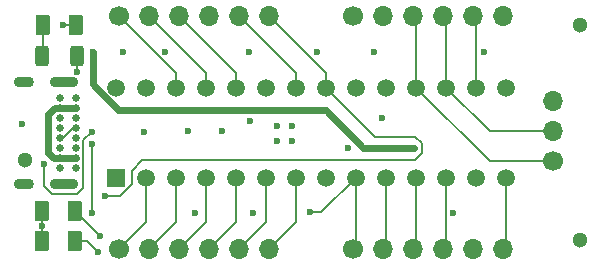
<source format=gbr>
%TF.GenerationSoftware,KiCad,Pcbnew,(6.0.7)*%
%TF.CreationDate,2022-12-19T16:29:32-08:00*%
%TF.ProjectId,Intermediary_revC_4layer,496e7465-726d-4656-9469-6172795f7265,rev?*%
%TF.SameCoordinates,Original*%
%TF.FileFunction,Copper,L1,Top*%
%TF.FilePolarity,Positive*%
%FSLAX46Y46*%
G04 Gerber Fmt 4.6, Leading zero omitted, Abs format (unit mm)*
G04 Created by KiCad (PCBNEW (6.0.7)) date 2022-12-19 16:29:32*
%MOMM*%
%LPD*%
G01*
G04 APERTURE LIST*
G04 Aperture macros list*
%AMRoundRect*
0 Rectangle with rounded corners*
0 $1 Rounding radius*
0 $2 $3 $4 $5 $6 $7 $8 $9 X,Y pos of 4 corners*
0 Add a 4 corners polygon primitive as box body*
4,1,4,$2,$3,$4,$5,$6,$7,$8,$9,$2,$3,0*
0 Add four circle primitives for the rounded corners*
1,1,$1+$1,$2,$3*
1,1,$1+$1,$4,$5*
1,1,$1+$1,$6,$7*
1,1,$1+$1,$8,$9*
0 Add four rect primitives between the rounded corners*
20,1,$1+$1,$2,$3,$4,$5,0*
20,1,$1+$1,$4,$5,$6,$7,0*
20,1,$1+$1,$6,$7,$8,$9,0*
20,1,$1+$1,$8,$9,$2,$3,0*%
G04 Aperture macros list end*
%TA.AperFunction,ComponentPad*%
%ADD10C,0.650000*%
%TD*%
%TA.AperFunction,ComponentPad*%
%ADD11O,1.700000X0.900000*%
%TD*%
%TA.AperFunction,ComponentPad*%
%ADD12O,2.400000X0.900000*%
%TD*%
%TA.AperFunction,WasherPad*%
%ADD13C,1.300000*%
%TD*%
%TA.AperFunction,ComponentPad*%
%ADD14C,1.700000*%
%TD*%
%TA.AperFunction,ComponentPad*%
%ADD15O,1.700000X1.700000*%
%TD*%
%TA.AperFunction,SMDPad,CuDef*%
%ADD16RoundRect,0.250000X0.312500X0.625000X-0.312500X0.625000X-0.312500X-0.625000X0.312500X-0.625000X0*%
%TD*%
%TA.AperFunction,SMDPad,CuDef*%
%ADD17RoundRect,0.250000X0.375000X0.625000X-0.375000X0.625000X-0.375000X-0.625000X0.375000X-0.625000X0*%
%TD*%
%TA.AperFunction,ComponentPad*%
%ADD18R,1.508000X1.508000*%
%TD*%
%TA.AperFunction,ComponentPad*%
%ADD19C,1.508000*%
%TD*%
%TA.AperFunction,ViaPad*%
%ADD20C,0.600000*%
%TD*%
%TA.AperFunction,Conductor*%
%ADD21C,0.203200*%
%TD*%
%TA.AperFunction,Conductor*%
%ADD22C,0.609600*%
%TD*%
%TA.AperFunction,Conductor*%
%ADD23C,0.200000*%
%TD*%
%TA.AperFunction,Conductor*%
%ADD24C,0.600000*%
%TD*%
G04 APERTURE END LIST*
D10*
%TO.P,J5,A1,GND*%
%TO.N,GNDREF*%
X125465400Y-92021000D03*
%TO.P,J5,A4,VBUS*%
%TO.N,+5V*%
X125465400Y-92871000D03*
%TO.P,J5,A5,CC1*%
%TO.N,Net-(J5-PadA5)*%
X125465400Y-93721000D03*
%TO.P,J5,A6,DP1*%
%TO.N,/D+*%
X125465400Y-94571000D03*
%TO.P,J5,A7,DN1*%
%TO.N,/D-*%
X125465400Y-95421000D03*
%TO.P,J5,A8,SBU1*%
%TO.N,unconnected-(J5-PadA8)*%
X125465400Y-96271000D03*
%TO.P,J5,A9,VBUS*%
%TO.N,+5V*%
X125465400Y-97121000D03*
%TO.P,J5,A12,GND*%
%TO.N,GNDREF*%
X125465400Y-97971000D03*
%TO.P,J5,B1,GND*%
X124115400Y-97971000D03*
%TO.P,J5,B4,VBUS*%
%TO.N,+5V*%
X124115400Y-97121000D03*
%TO.P,J5,B5,CC2*%
%TO.N,Net-(J5-PadB5)*%
X124115400Y-96271000D03*
%TO.P,J5,B6,DP2*%
%TO.N,/D+*%
X124115400Y-95421000D03*
%TO.P,J5,B7,DN2*%
%TO.N,/D-*%
X124115400Y-94571000D03*
%TO.P,J5,B8,SBU2*%
%TO.N,unconnected-(J5-PadB8)*%
X124115400Y-93721000D03*
%TO.P,J5,B9,VBUS*%
%TO.N,+5V*%
X124115400Y-92871000D03*
%TO.P,J5,B12,GND*%
%TO.N,GNDREF*%
X124115400Y-92021000D03*
D11*
%TO.P,J5,S1,SHELL*%
X121105400Y-90671000D03*
%TO.P,J5,S2,SHELL*%
X121105400Y-99321000D03*
D12*
%TO.P,J5,S3,SHELL*%
X124485400Y-90671000D03*
%TO.P,J5,S4,SHELL*%
X124485400Y-99321000D03*
%TD*%
D13*
%TO.P,H3,*%
%TO.N,*%
X168148000Y-85852000D03*
%TD*%
%TO.P,H2,*%
%TO.N,*%
X168148000Y-104013000D03*
%TD*%
%TO.P,H1,*%
%TO.N,*%
X121158000Y-97282000D03*
%TD*%
D14*
%TO.P,J1,1,Pin_1*%
%TO.N,/PIC32/RA0*%
X129112200Y-104775000D03*
D15*
%TO.P,J1,2,Pin_2*%
%TO.N,/PIC32/RA1*%
X131652200Y-104775000D03*
%TO.P,J1,3,Pin_3*%
%TO.N,/PIC32/RB0*%
X134192200Y-104775000D03*
%TO.P,J1,4,Pin_4*%
%TO.N,/PIC32/RB1*%
X136732200Y-104775000D03*
%TO.P,J1,5,Pin_5*%
%TO.N,/CP2102N/TXD*%
X139272200Y-104775000D03*
%TO.P,J1,6,Pin_6*%
%TO.N,/CP2102N/RXD*%
X141812200Y-104775000D03*
%TD*%
D14*
%TO.P,J3,1,Pin_1*%
%TO.N,/PIC32/RB15*%
X129137200Y-85090000D03*
D15*
%TO.P,J3,2,Pin_2*%
%TO.N,/PIC32/RB14*%
X131677200Y-85090000D03*
%TO.P,J3,3,Pin_3*%
%TO.N,/PIC32/RB13*%
X134217200Y-85090000D03*
%TO.P,J3,4,Pin_4*%
%TO.N,+3V3*%
X136757200Y-85090000D03*
%TO.P,J3,5,Pin_5*%
%TO.N,/RB11{slash}D-_PIC*%
X139297200Y-85090000D03*
%TO.P,J3,6,Pin_6*%
%TO.N,/RB10{slash}D+_PIC*%
X141837200Y-85090000D03*
%TD*%
D16*
%TO.P,R10,1*%
%TO.N,+3V3*%
X125552200Y-88468200D03*
%TO.P,R10,2*%
%TO.N,Net-(D4-Pad2)*%
X122627200Y-88468200D03*
%TD*%
D17*
%TO.P,D1,1,K*%
%TO.N,Net-(D1-Pad1)*%
X125425200Y-101574600D03*
%TO.P,D1,2,A*%
%TO.N,+3V3*%
X122625200Y-101574600D03*
%TD*%
D14*
%TO.P,J6,1,Pin_1*%
%TO.N,/PIC32/RB9{slash}TX_TGT*%
X165862000Y-97394000D03*
D15*
%TO.P,J6,2,Pin_2*%
%TO.N,/PIC32/RB8{slash}RX_TGT*%
X165862000Y-94854000D03*
%TO.P,J6,3,Pin_3*%
%TO.N,GNDREF*%
X165862000Y-92314000D03*
%TD*%
D14*
%TO.P,J4,1,Pin_1*%
%TO.N,GNDREF*%
X148949200Y-85090000D03*
D15*
%TO.P,J4,2,Pin_2*%
X151489200Y-85090000D03*
%TO.P,J4,3,Pin_3*%
%TO.N,/PIC32/RB9{slash}TX_TGT*%
X154029200Y-85090000D03*
%TO.P,J4,4,Pin_4*%
%TO.N,/PIC32/RB8{slash}RX_TGT*%
X156569200Y-85090000D03*
%TO.P,J4,5,Pin_5*%
%TO.N,/PIC32/RB7*%
X159109200Y-85090000D03*
%TO.P,J4,6,Pin_6*%
%TO.N,/VBUS_PIC*%
X161649200Y-85090000D03*
%TD*%
D14*
%TO.P,J2,1,Pin_1*%
%TO.N,/RA2{slash}TXT_PIC*%
X148924200Y-104775000D03*
D15*
%TO.P,J2,2,Pin_2*%
%TO.N,/RA3{slash}RXT_PIC*%
X151464200Y-104775000D03*
%TO.P,J2,3,Pin_3*%
%TO.N,/PIC32/RB4*%
X154004200Y-104775000D03*
%TO.P,J2,4,Pin_4*%
%TO.N,/PIC32/RA4*%
X156544200Y-104775000D03*
%TO.P,J2,5,Pin_5*%
%TO.N,GNDREF*%
X159084200Y-104775000D03*
%TO.P,J2,6,Pin_6*%
%TO.N,/PIC32/RB5*%
X161624200Y-104775000D03*
%TD*%
D17*
%TO.P,D3,1,K*%
%TO.N,Net-(D3-Pad1)*%
X125425200Y-104140000D03*
%TO.P,D3,2,A*%
%TO.N,+3V3*%
X122625200Y-104140000D03*
%TD*%
%TO.P,D4,1,K*%
%TO.N,GNDREF*%
X125476000Y-85852000D03*
%TO.P,D4,2,A*%
%TO.N,Net-(D4-Pad2)*%
X122676000Y-85852000D03*
%TD*%
D18*
%TO.P,U1,1,MCLR*%
%TO.N,/PIC32/~{MCLR}*%
X128858200Y-98764500D03*
D19*
%TO.P,U1,2,PGED3/VREF+/CVREF+/AN0/C3INC/RPA0/CTED1/PMD7/RA0*%
%TO.N,/PIC32/RA0*%
X131398200Y-98764500D03*
%TO.P,U1,3,PGEC3/VREF-/CVREF-/AN1/RPA1/CTED2/PMD6/RA1*%
%TO.N,/PIC32/RA1*%
X133938200Y-98764500D03*
%TO.P,U1,4,PGED1/AN2/C1IND/C2INB/C3IND/RPB0/PMD0/RB0*%
%TO.N,/PIC32/RB0*%
X136478200Y-98764500D03*
%TO.P,U1,5,PGEC1/AN3/C1INC/C2INA/RPB1/CTED12/PMD1/RB1*%
%TO.N,/PIC32/RB1*%
X139018200Y-98764500D03*
%TO.P,U1,6,AN4/C1INB/C2IND/RPB2/SDA2/CTED13/PMD2/RB2*%
%TO.N,/CP2102N/TXD*%
X141558200Y-98764500D03*
%TO.P,U1,7,AN5/C1INA/C2INC/RTCC/RPB3/SCL2/PMWR/RB3*%
%TO.N,/CP2102N/RXD*%
X144098200Y-98764500D03*
%TO.P,U1,8,VSS_2*%
%TO.N,GNDREF*%
X146638200Y-98764500D03*
%TO.P,U1,9,OSC1/CLKI/RPA2/RA2*%
%TO.N,/RA2{slash}TXT_PIC*%
X149178200Y-98764500D03*
%TO.P,U1,10,OSC2/CLKO/RPA3/PMA0/RA3*%
%TO.N,/RA3{slash}RXT_PIC*%
X151718200Y-98764500D03*
%TO.P,U1,11,SOSCI/RPB4/RB4*%
%TO.N,/PIC32/RB4*%
X154258200Y-98764500D03*
%TO.P,U1,12,SOSCO/RPA4/T1CK/CTED9/PMA1/RA4*%
%TO.N,/PIC32/RA4*%
X156798200Y-98764500D03*
%TO.P,U1,13,VDD*%
%TO.N,+3V3*%
X159338200Y-98764500D03*
%TO.P,U1,14,TMS/RPB5/USBID/RB5*%
%TO.N,/PIC32/RB5*%
X161878200Y-98764500D03*
%TO.P,U1,15,VBUS*%
%TO.N,/VBUS_PIC*%
X161878200Y-91144500D03*
%TO.P,U1,16,TDI/RPB7/CTED3/PMD5/INT0/RB7*%
%TO.N,/PIC32/RB7*%
X159338200Y-91144500D03*
%TO.P,U1,17,TCK/RPB8/SCL1/CTED10/PMD4/RB8*%
%TO.N,/PIC32/RB8{slash}RX_TGT*%
X156798200Y-91144500D03*
%TO.P,U1,18,TDO/RPB9/SDA1/CTED4/PMD3/RB9*%
%TO.N,/PIC32/RB9{slash}TX_TGT*%
X154258200Y-91144500D03*
%TO.P,U1,19,VSS*%
%TO.N,GNDREF*%
X151718200Y-91144500D03*
%TO.P,U1,20,VCAP*%
%TO.N,Net-(C6-Pad1)*%
X149178200Y-91144500D03*
%TO.P,U1,21,PGED2/RPB10/D+/CTED11/RB10*%
%TO.N,/RB10{slash}D+_PIC*%
X146638200Y-91144500D03*
%TO.P,U1,22,PGEC2/RPB11/D-/RB11*%
%TO.N,/RB11{slash}D-_PIC*%
X144098200Y-91144500D03*
%TO.P,U1,23,VUSB3V3*%
%TO.N,+3V3*%
X141558200Y-91144500D03*
%TO.P,U1,24,AN11/RPB13/CTPLS/PMRD/RB13*%
%TO.N,/PIC32/RB13*%
X139018200Y-91144500D03*
%TO.P,U1,25,CVREF/AN10/C3INB/RPB14/VBUSON/SCK1/CTED5/RB14*%
%TO.N,/PIC32/RB14*%
X136478200Y-91144500D03*
%TO.P,U1,26,AN9/C3INA/RPB15/SCK2/CTED6/PMCS1/RB15*%
%TO.N,/PIC32/RB15*%
X133938200Y-91144500D03*
%TO.P,U1,27,AVSS*%
%TO.N,GNDREF*%
X131398200Y-91144500D03*
%TO.P,U1,28,AVDD*%
%TO.N,+3V3*%
X128858200Y-91144500D03*
%TD*%
D20*
%TO.N,GNDREF*%
X132969000Y-88138000D03*
X143764000Y-95631000D03*
X142494000Y-94361000D03*
X131220400Y-94865000D03*
X143764000Y-94361000D03*
X150698200Y-88138000D03*
X134923000Y-94820000D03*
X142494000Y-95631000D03*
X140157200Y-88138000D03*
X157429200Y-101727000D03*
X145846800Y-88138000D03*
X148539200Y-96266000D03*
X124383800Y-85852000D03*
X140436600Y-101727000D03*
X160020000Y-88138000D03*
X120904000Y-94234000D03*
%TO.N,+3V3*%
X140233400Y-94005400D03*
X151358600Y-93726000D03*
X125552200Y-89814400D03*
X122625200Y-102850600D03*
X129438400Y-88138000D03*
X137871200Y-94818200D03*
X135585200Y-101727000D03*
%TO.N,Net-(D1-Pad1)*%
X127541617Y-103716417D03*
%TO.N,Net-(D3-Pad1)*%
X127329700Y-105029000D03*
%TO.N,/RB10{slash}D+_PIC*%
X127914400Y-100304600D03*
%TO.N,Net-(J5-PadB5)*%
X122758300Y-97586700D03*
X126826200Y-94869000D03*
%TO.N,/D+*%
X126800700Y-101726934D03*
X126802585Y-95888647D03*
%TO.N,/VREGIN_CP2102N*%
X154127200Y-96266000D03*
X126873000Y-88138000D03*
X141147800Y-93065600D03*
%TO.N,/RA2{slash}TXT_PIC*%
X145288000Y-101701600D03*
%TD*%
D21*
%TO.N,GNDREF*%
X125476000Y-85852000D02*
X124383800Y-85852000D01*
%TO.N,+3V3*%
X125552200Y-88468200D02*
X125552200Y-89814400D01*
X122625200Y-102850600D02*
X122625200Y-101574600D01*
X122625200Y-104140000D02*
X122625200Y-102850600D01*
D22*
%TO.N,+5V*%
X125471200Y-97121000D02*
X123576001Y-97121000D01*
X123576001Y-97121000D02*
X123141705Y-96686704D01*
X123141705Y-96686704D02*
X123141705Y-93390876D01*
X123661581Y-92871000D02*
X125465400Y-92871000D01*
X123141705Y-93390876D02*
X123661581Y-92871000D01*
D21*
%TO.N,Net-(D1-Pad1)*%
X127541617Y-103712417D02*
X125429200Y-101600000D01*
X127541617Y-103716417D02*
X127541617Y-103712417D01*
%TO.N,Net-(D3-Pad1)*%
X126440700Y-104140000D02*
X125429200Y-104140000D01*
X127329700Y-105029000D02*
X126440700Y-104140000D01*
%TO.N,Net-(D4-Pad2)*%
X122682000Y-88417400D02*
X122631200Y-88468200D01*
X122682000Y-85826600D02*
X122682000Y-88417400D01*
%TO.N,/PIC32/RA0*%
X131398200Y-98764500D02*
X131398200Y-102489000D01*
X131398200Y-102489000D02*
X129112200Y-104775000D01*
%TO.N,/PIC32/RA1*%
X133938200Y-102489000D02*
X131652200Y-104775000D01*
X133938200Y-98764500D02*
X133938200Y-102489000D01*
%TO.N,/PIC32/RB0*%
X136478200Y-98764500D02*
X136478200Y-102489000D01*
X136478200Y-102489000D02*
X134192200Y-104775000D01*
%TO.N,/PIC32/RB1*%
X139018200Y-102489000D02*
X136732200Y-104775000D01*
X139018200Y-98764500D02*
X139018200Y-102489000D01*
%TO.N,/PIC32/RB4*%
X154258200Y-104521000D02*
X154004200Y-104775000D01*
X154258200Y-98764500D02*
X154258200Y-104521000D01*
%TO.N,/PIC32/RA4*%
X156798200Y-98764500D02*
X156798200Y-104521000D01*
X156798200Y-104521000D02*
X156544200Y-104775000D01*
%TO.N,/PIC32/RB5*%
X161878200Y-98764500D02*
X161878200Y-104521000D01*
X161878200Y-104521000D02*
X161624200Y-104775000D01*
%TO.N,/PIC32/RB15*%
X133938200Y-89891000D02*
X129137200Y-85090000D01*
X133938200Y-91144500D02*
X133938200Y-89891000D01*
%TO.N,/PIC32/RB14*%
X136478200Y-89891000D02*
X131677200Y-85090000D01*
X136478200Y-91144500D02*
X136478200Y-89891000D01*
%TO.N,/PIC32/RB13*%
X139018200Y-89891000D02*
X134217200Y-85090000D01*
X139018200Y-91144500D02*
X139018200Y-89891000D01*
%TO.N,/RB11{slash}D-_PIC*%
X144098200Y-91144500D02*
X144098200Y-89891000D01*
X144098200Y-89891000D02*
X139297200Y-85090000D01*
%TO.N,/RB10{slash}D+_PIC*%
X131089400Y-97256600D02*
X154152600Y-97256600D01*
X130175000Y-98171000D02*
X131089400Y-97256600D01*
X146638200Y-89891000D02*
X141837200Y-85090000D01*
X154736800Y-96672400D02*
X154736800Y-95859600D01*
X154178000Y-95300800D02*
X150794500Y-95300800D01*
X146638200Y-91144500D02*
X146638200Y-89891000D01*
X129209800Y-100304600D02*
X130175000Y-99339400D01*
X130175000Y-99339400D02*
X130175000Y-98171000D01*
X154152600Y-97256600D02*
X154736800Y-96672400D01*
X154736800Y-95859600D02*
X154178000Y-95300800D01*
X150794500Y-95300800D02*
X146638200Y-91144500D01*
X127914400Y-100304600D02*
X129209800Y-100304600D01*
%TO.N,/PIC32/RB7*%
X159338200Y-85319000D02*
X159109200Y-85090000D01*
X159338200Y-91144500D02*
X159338200Y-85319000D01*
%TO.N,/PIC32/RB9{slash}TX_TGT*%
X154258200Y-85319000D02*
X154029200Y-85090000D01*
X160507700Y-97394000D02*
X154258200Y-91144500D01*
X165735000Y-97394000D02*
X160507700Y-97394000D01*
X154258200Y-91144500D02*
X154258200Y-85319000D01*
%TO.N,/PIC32/RB8{slash}RX_TGT*%
X156798200Y-91144500D02*
X156798200Y-85319000D01*
X156798200Y-91144500D02*
X160507700Y-94854000D01*
X160507700Y-94854000D02*
X165862000Y-94854000D01*
X156798200Y-85319000D02*
X156569200Y-85090000D01*
%TO.N,Net-(J5-PadB5)*%
X126085600Y-95609600D02*
X126826200Y-94869000D01*
X126085600Y-99622280D02*
X126085600Y-95609600D01*
X122758300Y-97586700D02*
X122758300Y-99483780D01*
X123403520Y-100129000D02*
X125578880Y-100129000D01*
X125578880Y-100129000D02*
X126085600Y-99622280D01*
X122758300Y-99483780D02*
X123403520Y-100129000D01*
%TO.N,/D+*%
X124369200Y-95421000D02*
X124121200Y-95421000D01*
D23*
X126800700Y-101726934D02*
X126800700Y-95890532D01*
D21*
X125219200Y-94571000D02*
X124369200Y-95421000D01*
X125471200Y-94571000D02*
X125219200Y-94571000D01*
D23*
X126800700Y-95890532D02*
X126802585Y-95888647D01*
D24*
%TO.N,/VREGIN_CP2102N*%
X149809200Y-96266000D02*
X146608800Y-93065600D01*
X146608800Y-93065600D02*
X141147800Y-93065600D01*
X141147800Y-93065600D02*
X129073192Y-93065600D01*
X129073192Y-93065600D02*
X126873000Y-90865408D01*
X126873000Y-90865408D02*
X126873000Y-88138000D01*
X154127200Y-96266000D02*
X149809200Y-96266000D01*
D21*
%TO.N,/CP2102N/RXD*%
X144098200Y-98764500D02*
X144098200Y-102489000D01*
X144098200Y-102489000D02*
X141812200Y-104775000D01*
%TO.N,/CP2102N/TXD*%
X141558200Y-98764500D02*
X141558200Y-102489000D01*
X141558200Y-102489000D02*
X139272200Y-104775000D01*
%TO.N,/RA2{slash}TXT_PIC*%
X145288000Y-101701600D02*
X146241100Y-101701600D01*
X146241100Y-101701600D02*
X149178200Y-98764500D01*
X149178200Y-104521000D02*
X148924200Y-104775000D01*
X149178200Y-98764500D02*
X149178200Y-104521000D01*
%TO.N,/RA3{slash}RXT_PIC*%
X151718200Y-98764500D02*
X151718200Y-104521000D01*
X151718200Y-104521000D02*
X151464200Y-104775000D01*
%TD*%
M02*

</source>
